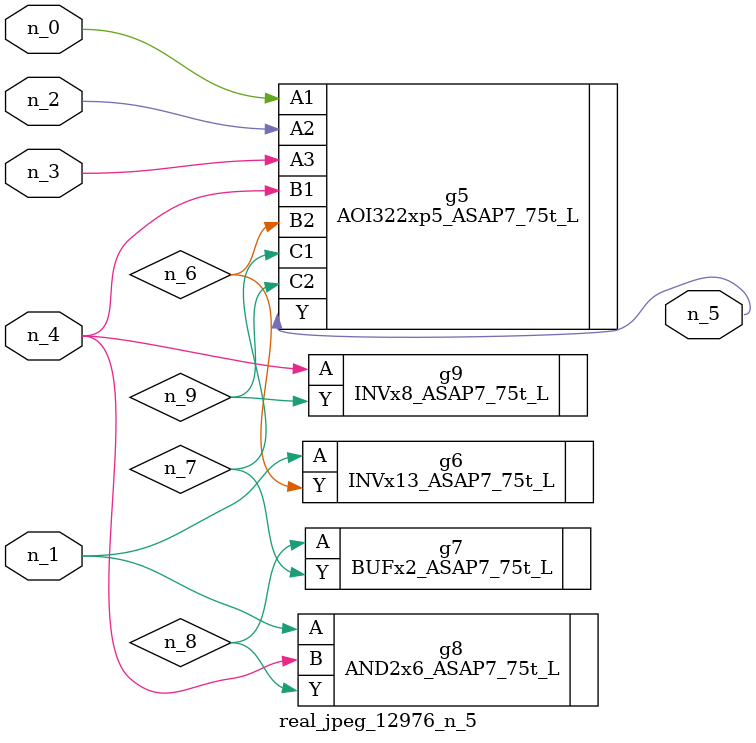
<source format=v>
module real_jpeg_12976_n_5 (n_4, n_0, n_1, n_2, n_3, n_5);

input n_4;
input n_0;
input n_1;
input n_2;
input n_3;

output n_5;

wire n_8;
wire n_6;
wire n_7;
wire n_9;

AOI322xp5_ASAP7_75t_L g5 ( 
.A1(n_0),
.A2(n_2),
.A3(n_3),
.B1(n_4),
.B2(n_6),
.C1(n_7),
.C2(n_9),
.Y(n_5)
);

INVx13_ASAP7_75t_L g6 ( 
.A(n_1),
.Y(n_6)
);

AND2x6_ASAP7_75t_L g8 ( 
.A(n_1),
.B(n_4),
.Y(n_8)
);

INVx8_ASAP7_75t_L g9 ( 
.A(n_4),
.Y(n_9)
);

BUFx2_ASAP7_75t_L g7 ( 
.A(n_8),
.Y(n_7)
);


endmodule
</source>
